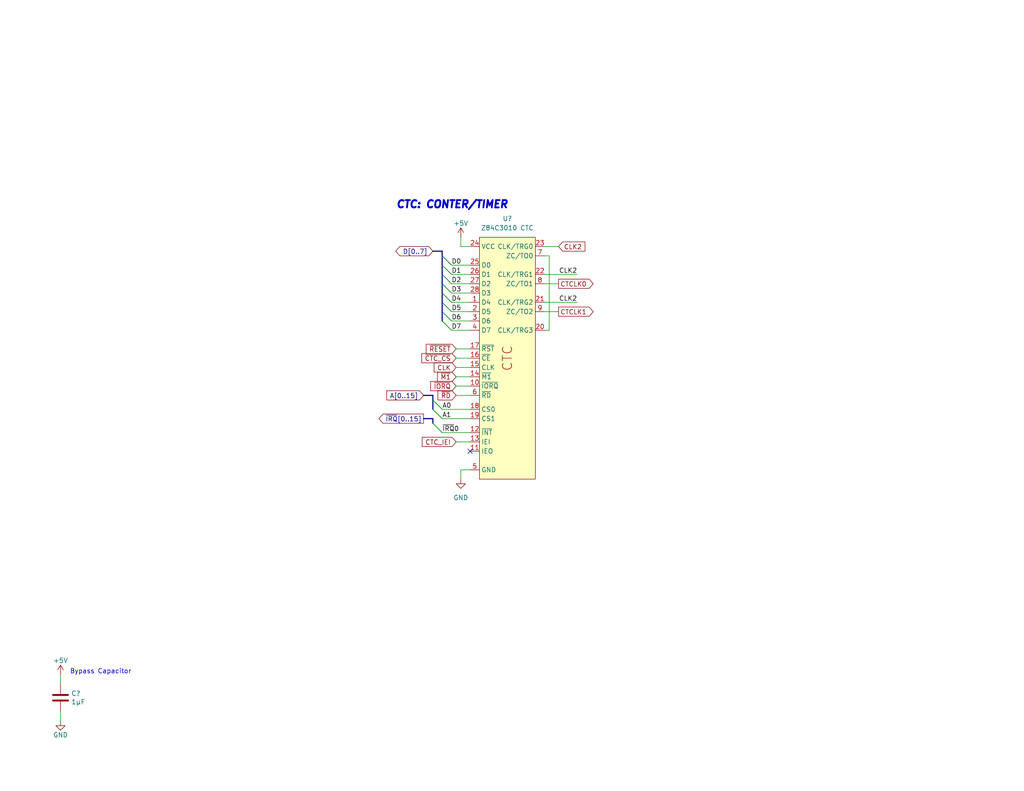
<source format=kicad_sch>
(kicad_sch (version 20230121) (generator eeschema)
  (paper "USLetter")
  (title_block (date "2023-08-31") (rev "2.1") (company "Frédéric Segard") (comment 1 "@microhobbyist") (comment 4 "Thank you to John Winans for his inspiration, as well as Grant Searle and Sergey Kiselev"))
  (lib_symbols
    (symbol "+5V_1" (power) (pin_names (offset 0))
      (property "Value" "+5V_1" (at 0 3.556 0))
      (symbol "+5V_1_0_1"
        (polyline (pts (xy -0.762 1.27) (xy 0 2.54)))
        (polyline (pts (xy 0 0) (xy 0 2.54)))
        (polyline (pts (xy 0 2.54) (xy 0.762 1.27)))
      )
      (symbol "+5V_1_1_1"
        (pin power_in line (at 0 0 90) (length 0) hide (name "+5V") (number "1"))
      )
    )
    (symbol "0_Library:Z84C30xx CTC"
      (property "Reference" "U" (at -7.62 1.27 0))
      (property "Value" "Z84C30xx CTC" (at 1.27 1.27 0))
      (symbol "Z84C30xx CTC_0_0"
        (text "CTC" (at 0 -33.02 900) (effects (font (size 2.54 2.54))))
      )
      (symbol "Z84C30xx CTC_0_1"
        (rectangle (start -7.62 0) (end 7.62 -66.04) (stroke (width 0.1524)) (fill (type background)))
      )
      (symbol "Z84C30xx CTC_1_1"
        (pin bidirectional line (at -10.16 -17.78 0) (length 2.54) (name "D4") (number "1"))
        (pin input line (at -10.16 -40.64 0) (length 2.54) (name "~{IORQ}") (number "10"))
        (pin output line (at -10.16 -58.42 0) (length 2.54) (name "IEO") (number "11"))
        (pin open_collector line (at -10.16 -53.34 0) (length 2.54) (name "~{INT}") (number "12"))
        (pin input line (at -10.16 -55.88 0) (length 2.54) (name "IEI") (number "13"))
        (pin input line (at -10.16 -38.1 0) (length 2.54) (name "~{M1}") (number "14"))
        (pin input line (at -10.16 -35.56 0) (length 2.54) (name "CLK") (number "15"))
        (pin input line (at -10.16 -33.02 0) (length 2.54) (name "~{CE}") (number "16"))
        (pin input line (at -10.16 -30.48 0) (length 2.54) (name "~{RST}") (number "17"))
        (pin input line (at -10.16 -46.99 0) (length 2.54) (name "CS0") (number "18"))
        (pin input line (at -10.16 -49.53 0) (length 2.54) (name "CS1") (number "19"))
        (pin bidirectional line (at -10.16 -20.32 0) (length 2.54) (name "D5") (number "2"))
        (pin input line (at 10.16 -25.4 180) (length 2.54) (name "CLK/TRG3") (number "20"))
        (pin input line (at 10.16 -17.78 180) (length 2.54) (name "CLK/TRG2") (number "21"))
        (pin input line (at 10.16 -10.16 180) (length 2.54) (name "CLK/TRG1") (number "22"))
        (pin input line (at 10.16 -2.54 180) (length 2.54) (name "CLK/TRG0") (number "23"))
        (pin power_in line (at -10.16 -2.54 0) (length 2.54) (name "VCC") (number "24"))
        (pin bidirectional line (at -10.16 -7.62 0) (length 2.54) (name "D0") (number "25"))
        (pin bidirectional line (at -10.16 -10.16 0) (length 2.54) (name "D1") (number "26"))
        (pin bidirectional line (at -10.16 -12.7 0) (length 2.54) (name "D2") (number "27"))
        (pin bidirectional line (at -10.16 -15.24 0) (length 2.54) (name "D3") (number "28"))
        (pin bidirectional line (at -10.16 -22.86 0) (length 2.54) (name "D6") (number "3"))
        (pin bidirectional line (at -10.16 -25.4 0) (length 2.54) (name "D7") (number "4"))
        (pin power_in line (at -10.16 -63.5 0) (length 2.54) (name "GND") (number "5"))
        (pin input line (at -10.16 -43.18 0) (length 2.54) (name "~{RD}") (number "6"))
        (pin output line (at 10.16 -5.08 180) (length 2.54) (name "ZC/TO0") (number "7"))
        (pin output line (at 10.16 -12.7 180) (length 2.54) (name "ZC/TO1") (number "8"))
        (pin output line (at 10.16 -20.32 180) (length 2.54) (name "ZC/TO2") (number "9"))
      )
    )
    (symbol "Device:C" (pin_numbers hide) (pin_names (offset 0.254))
      (property "Reference" "C" (at 0.635 2.54 0))
      (property "Value" "C" (at 0.635 -2.54 0))
      (symbol "C_0_1"
        (polyline (pts (xy -2.032 -0.762) (xy 2.032 -0.762)) (stroke (width 0.508)))
        (polyline (pts (xy -2.032 0.762) (xy 2.032 0.762)) (stroke (width 0.508)))
      )
      (symbol "C_1_1"
        (pin passive line (at 0 3.81 270) (length 2.794) (name "~") (number "1"))
        (pin passive line (at 0 -3.81 90) (length 2.794) (name "~") (number "2"))
      )
    )
    (symbol "GND_1" (power) (pin_names (offset 0))
      (property "Value" "GND_1" (at 0 -3.81 0))
      (symbol "GND_1_0_1"
        (polyline (pts (xy 0 0) (xy 0 -1.27) (xy 1.27 -1.27) (xy 0 -2.54) (xy -1.27 -1.27) (xy 0 -1.27)))
      )
      (symbol "GND_1_1_1"
        (pin power_in line (at 0 0 270) (length 0) hide (name "GND") (number "1"))
      )
    )
  )
  (no_connect (at 128.27 123.19))
  (bus_entry (at 120.65 82.55) (size 2.54 2.54))
  (bus_entry (at 118.11 115.57) (size 2.54 2.54))
  (bus_entry (at 118.11 109.22) (size 2.54 2.54))
  (bus_entry (at 120.65 80.01) (size 2.54 2.54))
  (bus_entry (at 118.11 115.57) (size 2.54 2.54))
  (bus_entry (at 120.65 77.47) (size 2.54 2.54))
  (bus_entry (at 120.65 77.47) (size 2.54 2.54))
  (bus_entry (at 120.65 80.01) (size 2.54 2.54))
  (bus_entry (at 120.65 82.55) (size 2.54 2.54))
  (bus_entry (at 120.65 74.93) (size 2.54 2.54))
  (bus_entry (at 118.11 111.76) (size 2.54 2.54))
  (bus_entry (at 120.65 72.39) (size 2.54 2.54))
  (bus_entry (at 120.65 69.85) (size 2.54 2.54))
  (bus_entry (at 118.11 109.22) (size 2.54 2.54))
  (bus_entry (at 120.65 87.63) (size 2.54 2.54))
  (bus_entry (at 120.65 87.63) (size 2.54 2.54))
  (bus_entry (at 120.65 69.85) (size 2.54 2.54))
  (bus_entry (at 118.11 111.76) (size 2.54 2.54))
  (bus_entry (at 120.65 72.39) (size 2.54 2.54))
  (bus_entry (at 120.65 85.09) (size 2.54 2.54))
  (bus_entry (at 120.65 85.09) (size 2.54 2.54))
  (bus_entry (at 120.65 74.93) (size 2.54 2.54))
  (bus (pts (xy 120.65 77.47) (xy 120.65 74.93)))
  (wire (pts (xy 148.59 77.47) (xy 152.4 77.47)))
  (wire (pts (xy 123.19 77.47) (xy 128.27 77.47)))
  (wire (pts (xy 123.19 87.63) (xy 128.27 87.63)))
  (wire (pts (xy 148.59 85.09) (xy 152.4 85.09)))
  (bus (pts (xy 118.11 68.58) (xy 120.65 68.58)))
  (wire (pts (xy 124.46 102.87) (xy 128.27 102.87)))
  (wire (pts (xy 124.46 97.79) (xy 128.27 97.79)))
  (wire (pts (xy 16.51 184.15) (xy 16.51 186.69)))
  (wire (pts (xy 148.59 67.31) (xy 152.4 67.31)))
  (bus (pts (xy 120.65 82.55) (xy 120.65 80.01)))
  (bus (pts (xy 120.65 69.85) (xy 120.65 68.58)))
  (wire (pts (xy 120.65 111.76) (xy 128.27 111.76)))
  (wire (pts (xy 124.46 120.65) (xy 128.27 120.65)))
  (bus (pts (xy 118.11 115.57) (xy 118.11 114.3)))
  (bus (pts (xy 120.65 72.39) (xy 120.65 69.85)))
  (wire (pts (xy 125.73 128.27) (xy 125.73 130.81)))
  (wire (pts (xy 148.59 74.93) (xy 157.48 74.93)))
  (wire (pts (xy 123.19 72.39) (xy 128.27 72.39)))
  (wire (pts (xy 125.73 64.77) (xy 125.73 67.31)))
  (wire (pts (xy 123.19 74.93) (xy 128.27 74.93)))
  (bus (pts (xy 115.57 114.3) (xy 118.11 114.3)))
  (wire (pts (xy 128.27 128.27) (xy 125.73 128.27)))
  (wire (pts (xy 123.19 80.01) (xy 128.27 80.01)))
  (wire (pts (xy 120.65 118.11) (xy 128.27 118.11)))
  (wire (pts (xy 149.86 69.85) (xy 149.86 90.17)))
  (bus (pts (xy 120.65 85.09) (xy 120.65 82.55)))
  (wire (pts (xy 124.46 105.41) (xy 128.27 105.41)))
  (wire (pts (xy 148.59 69.85) (xy 149.86 69.85)))
  (bus (pts (xy 118.11 109.22) (xy 118.11 107.95)))
  (bus (pts (xy 120.65 74.93) (xy 120.65 72.39)))
  (wire (pts (xy 123.19 90.17) (xy 128.27 90.17)))
  (wire (pts (xy 148.59 82.55) (xy 157.48 82.55)))
  (wire (pts (xy 123.19 82.55) (xy 128.27 82.55)))
  (bus (pts (xy 118.11 111.76) (xy 118.11 109.22)))
  (wire (pts (xy 124.46 100.33) (xy 128.27 100.33)))
  (bus (pts (xy 115.57 107.95) (xy 118.11 107.95)))
  (wire (pts (xy 124.46 95.25) (xy 128.27 95.25)))
  (wire (pts (xy 120.65 114.3) (xy 128.27 114.3)))
  (wire (pts (xy 124.46 107.95) (xy 128.27 107.95)))
  (wire (pts (xy 149.86 90.17) (xy 148.59 90.17)))
  (bus (pts (xy 120.65 80.01) (xy 120.65 77.47)))
  (bus (pts (xy 120.65 87.63) (xy 120.65 85.09)))
  (wire (pts (xy 123.19 85.09) (xy 128.27 85.09)))
  (wire (pts (xy 16.51 194.31) (xy 16.51 196.85)))
  (wire (pts (xy 128.27 67.31) (xy 125.73 67.31)))
  (text "CTC: CONTER/TIMER" (at 107.95 57.15 0) (effects (font (size 2 2) (thickness 0.508) bold italic) (justify left bottom)))
  (text "Bypass Capacitor" (at 19.05 184.15 0) (effects (font (size 1.27 1.27)) (justify left bottom)))
  (label "D1" (at 123.19 74.93 0))
  (label "CLK2" (at 157.48 74.93 180))
  (label "D5" (at 123.19 85.09 0))
  (label "D3" (at 123.19 80.01 0))
  (label "A0" (at 120.65 111.76 0))
  (label "D6" (at 123.19 87.63 0))
  (label "~{IRQ}0" (at 120.65 118.11 0))
  (label "D0" (at 123.19 72.39 0))
  (label "CLK2" (at 157.48 82.55 180))
  (label "A1" (at 120.65 114.3 0))
  (label "D4" (at 123.19 82.55 0))
  (label "D7" (at 123.19 90.17 0))
  (label "D2" (at 123.19 77.47 0))
  (global_label "~{IORQ}" (shape input) (at 124.46 105.41 180) (property "Intersheetrefs" "${INTERSHEET_REFS}" (effects hide)))
  (global_label "CLK" (shape input) (at 124.46 100.33 180) (property "Intersheetrefs" "${INTERSHEET_REFS}" (effects hide)))
  (global_label "~{M1}" (shape input) (at 124.46 102.87 180) (property "Intersheetrefs" "${INTERSHEET_REFS}" (effects hide)))
  (global_label "CTC_IEI" (shape input) (at 124.46 120.65 180) (property "Intersheetrefs" "${INTERSHEET_REFS}" (effects hide)))
  (global_label "~{RESET}" (shape input) (at 124.46 95.25 180) (property "Intersheetrefs" "${INTERSHEET_REFS}" (effects hide)))
  (global_label "CLK2" (shape input) (at 152.4 67.31 0) (property "Intersheetrefs" "${INTERSHEET_REFS}" (effects hide)))
  (global_label "~{RD}" (shape input) (at 124.46 107.95 180) (property "Intersheetrefs" "${INTERSHEET_REFS}" (effects hide)))
  (global_label "CTCLK0" (shape output) (at 152.4 77.47 0) (property "Intersheetrefs" "${INTERSHEET_REFS}" (effects hide)))
  (global_label "CTCLK1" (shape output) (at 152.4 85.09 0) (property "Intersheetrefs" "${INTERSHEET_REFS}" (effects hide)))
  (global_label "~{CTC_CS}" (shape input) (at 124.46 97.79 180) (property "Intersheetrefs" "${INTERSHEET_REFS}" (effects hide)))
  (global_label "D[0..7]" (shape bidirectional) (at 118.11 68.58 180) (property "Intersheetrefs" "${INTERSHEET_REFS}" (effects hide)))
  (global_label "~{IRQ}[0..15]" (shape output) (at 115.57 114.3 180) (property "Intersheetrefs" "${INTERSHEET_REFS}" (effects hide)))
  (global_label "A[0..15]" (shape input) (at 115.57 107.95 180) (property "Intersheetrefs" "${INTERSHEET_REFS}" (effects hide)))
  (symbol (lib_id "Device:C") (at 16.51 190.5 0) (unit 1)
    (property "Reference" "C?" (at 19.431 189.3316 0) (effects (justify left)))
    (property "Value" "1µF" (at 19.431 191.643 0) (effects (justify left)))
    (property "Footprint" "Capacitor_THT:C_Disc_D3.4mm_W2.1mm_P2.50mm" (effects hide))
    (instances (project "1 - Main CPU board with basic peripherals (rev5)" (path "" (reference "C?") (unit 1)) (path "" (reference "C?") (unit 1))) (project "2 - CPU and memory card with the essential peripherals" (path "" (reference "C?") (unit 1))) (project "3 - Quad Serial card v3" (path "" (reference "C?") (unit 1)) (path "" (reference "C?") (unit 1))) (project "2 - CPU and core components (Rev 2.1)" (path "" (reference "C?") (unit 1)) (path "" (reference "C?") (unit 1)) (path "" (reference "C20") (unit 1))))
  )
  (symbol (lib_id "0_Library:Z84C30xx CTC") (at 138.43 64.77 0) (unit 1)
    (property "Reference" "U?" (at 138.43 59.69 0))
    (property "Value" "Z84C3010 CTC" (at 138.43 62.23 0))
    (property "Footprint" "Package_DIP:DIP-28_W15.24mm_Socket" (effects hide))
    (property "Datasheet" "https://www.mouser.ca/datasheet/2/240/ps0181-2821199.pdf" (effects hide))
    (instances (project "1 - Main CPU board with basic peripherals (rev5)" (path "" (reference "U?") (unit 1))) (project "2 - CPU and core components (Rev 2.1)" (path "" (reference "U?") (unit 1)) (path "" (reference "U18") (unit 1))))
  )
  (symbol (lib_name "+5V_1") (lib_id "power:+5V") (at 125.73 64.77 0) (unit 1)
    (property "Reference" "#PWR?" (effects hide))
    (property "Value" "+5V" (at 125.73 60.96 0))
    (instances (project "1 - Main CPU board with basic peripherals (rev5)" (path "" (reference "#PWR?") (unit 1))) (project "2 - CPU and memory card with the essential peripherals" (path "" (reference "#PWR?") (unit 1))) (project "3 - Quad Serial card v3" (path "" (reference "#PWR?") (unit 1)) (path "" (reference "#PWR?") (unit 1))) (project "2 - CPU and core components (Rev 2.1)" (path "" (reference "#PWR?") (unit 1)) (path "" (reference "#PWR071") (unit 1))))
  )
  (symbol (lib_name "GND_1") (lib_id "power:GND") (at 16.51 196.85 0) (unit 1)
    (property "Reference" "#PWR?" (effects hide))
    (property "Value" "GND" (at 16.51 200.66 0))
    (instances (project "1 - Main CPU board with basic peripherals (rev5)" (path "" (reference "#PWR?") (unit 1)) (path "" (reference "#PWR?") (unit 1))) (project "2 - CPU and memory card with the essential peripherals" (path "" (reference "#PWR?") (unit 1))) (project "3 - Quad Serial card v3" (path "" (reference "#PWR?") (unit 1)) (path "" (reference "#PWR?") (unit 1))) (project "2 - CPU and core components (Rev 2.1)" (path "" (reference "#PWR?") (unit 1)) (path "" (reference "#PWR?") (unit 1)) (path "" (reference "#PWR070") (unit 1))))
  )
  (symbol (lib_name "GND_1") (lib_id "power:GND") (at 125.73 130.81 0) (unit 1)
    (property "Reference" "#PWR?" (effects hide))
    (property "Value" "GND" (at 125.73 135.89 0))
    (instances (project "1 - Main CPU board with basic peripherals (rev5)" (path "" (reference "#PWR?") (unit 1))) (project "2 - CPU and memory card with the essential peripherals" (path "" (reference "#PWR?") (unit 1))) (project "3 - Quad Serial card v3" (path "" (reference "#PWR?") (unit 1)) (path "" (reference "#PWR?") (unit 1))) (project "2 - CPU and core components (Rev 2.1)" (path "" (reference "#PWR?") (unit 1)) (path "" (reference "#PWR072") (unit 1))))
  )
  (symbol (lib_name "+5V_1") (lib_id "power:+5V") (at 16.51 184.15 0) (unit 1)
    (property "Reference" "#PWR?" (effects hide))
    (property "Value" "+5V" (at 16.51 180.34 0))
    (instances (project "1 - Main CPU board with basic peripherals (rev5)" (path "" (reference "#PWR?") (unit 1)) (path "" (reference "#PWR?") (unit 1))) (project "2 - CPU and memory card with the essential peripherals" (path "" (reference "#PWR?") (unit 1))) (project "3 - Quad Serial card v3" (path "" (reference "#PWR?") (unit 1)) (path "" (reference "#PWR?") (unit 1))) (project "2 - CPU and core components (Rev 2.1)" (path "" (reference "#PWR?") (unit 1)) (path "" (reference "#PWR?") (unit 1)) (path "" (reference "#PWR069") (unit 1))))
  )
)
</source>
